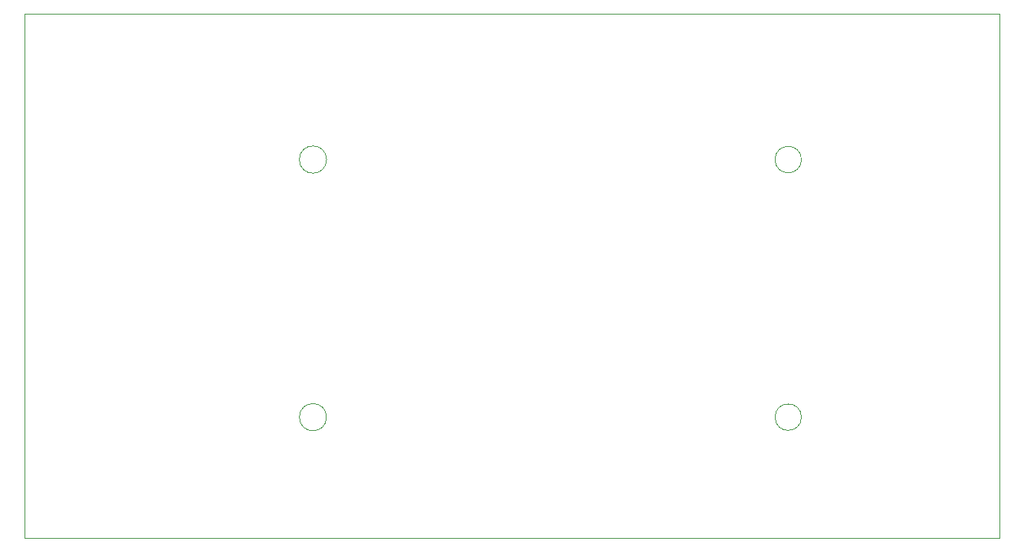
<source format=gbr>
%TF.GenerationSoftware,KiCad,Pcbnew,9.0.7*%
%TF.CreationDate,2026-02-19T21:01:26-05:00*%
%TF.ProjectId,DAC8822,44414338-3832-4322-9e6b-696361645f70,rev?*%
%TF.SameCoordinates,Original*%
%TF.FileFunction,Profile,NP*%
%FSLAX46Y46*%
G04 Gerber Fmt 4.6, Leading zero omitted, Abs format (unit mm)*
G04 Created by KiCad (PCBNEW 9.0.7) date 2026-02-19 21:01:26*
%MOMM*%
%LPD*%
G01*
G04 APERTURE LIST*
%TA.AperFunction,Profile*%
%ADD10C,0.050000*%
%TD*%
G04 APERTURE END LIST*
D10*
X82500000Y-69800000D02*
X190200000Y-69800000D01*
X190200000Y-127800000D01*
X82500000Y-127800000D01*
X82500000Y-69800000D01*
%TO.C,J1*%
X115850000Y-85970000D02*
G75*
G02*
X112850000Y-85970000I-1500000J0D01*
G01*
X112850000Y-85970000D02*
G75*
G02*
X115850000Y-85970000I1500000J0D01*
G01*
X115850000Y-114470000D02*
G75*
G02*
X112850000Y-114470000I-1500000J0D01*
G01*
X112850000Y-114470000D02*
G75*
G02*
X115850000Y-114470000I1500000J0D01*
G01*
X168307738Y-85970000D02*
G75*
G02*
X165392262Y-85970000I-1457738J0D01*
G01*
X165392262Y-85970000D02*
G75*
G02*
X168307738Y-85970000I1457738J0D01*
G01*
X168307738Y-114470000D02*
G75*
G02*
X165392262Y-114470000I-1457738J0D01*
G01*
X165392262Y-114470000D02*
G75*
G02*
X168307738Y-114470000I1457738J0D01*
G01*
%TD*%
M02*

</source>
